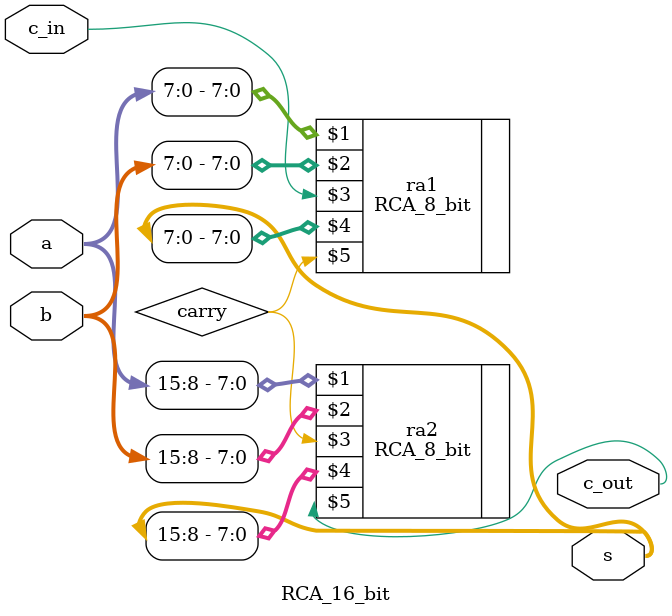
<source format=v>
`timescale 1ns / 1ps

/*
# ---------------------------------------------------------
    # COMPUTER ORGANIZATION LABORATORY
    # AUTUMN SEMESTER 2022
    # Assignment 3
    # Problem 1
    # Group No. 60
    # Abhay Kumar Keshari 20CS10001
    # Hardik Soni 20CS30023
# ---------------------------------------------------------
*/

module RCA_16_bit(
    input [15:0] a,
    input [15:0] b,
    input c_in,
    output [15:0] s,
    output c_out
);

wire carry;
// Cascading 2 RCA_8_bit using carry wire
RCA_8_bit ra1(a[7:0], b[7:0], c_in, s[7:0], carry);
RCA_8_bit ra2(a[15:8], b[15:8], carry, s[15:8], c_out);
endmodule
</source>
